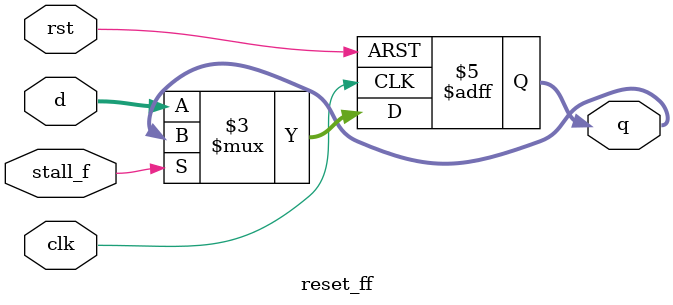
<source format=v>
module reset_ff #(parameter V = 32) (
    input       clk, rst,stall_f,
    input       [V-1:0] d,
    output reg  [V-1:0] q
);

always @(posedge clk or posedge rst)
begin
    if (rst) q <= 0;
    else if(stall_f) q <= q; //if pipeline should be stalled , previous value should be retained . 
	 else q<=d;
end

endmodule

</source>
